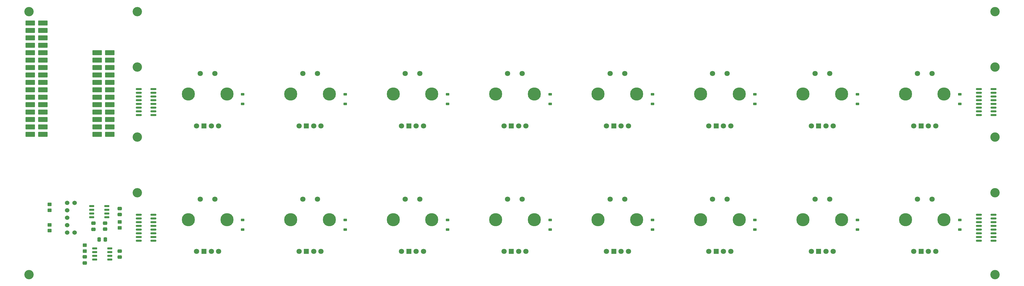
<source format=gbr>
%TF.GenerationSoftware,KiCad,Pcbnew,7.0.7*%
%TF.CreationDate,2024-01-26T16:38:05-05:00*%
%TF.ProjectId,midi-controller_main-board,6d696469-2d63-46f6-9e74-726f6c6c6572,rev?*%
%TF.SameCoordinates,Original*%
%TF.FileFunction,Soldermask,Top*%
%TF.FilePolarity,Negative*%
%FSLAX46Y46*%
G04 Gerber Fmt 4.6, Leading zero omitted, Abs format (unit mm)*
G04 Created by KiCad (PCBNEW 7.0.7) date 2024-01-26 16:38:05*
%MOMM*%
%LPD*%
G01*
G04 APERTURE LIST*
G04 Aperture macros list*
%AMRoundRect*
0 Rectangle with rounded corners*
0 $1 Rounding radius*
0 $2 $3 $4 $5 $6 $7 $8 $9 X,Y pos of 4 corners*
0 Add a 4 corners polygon primitive as box body*
4,1,4,$2,$3,$4,$5,$6,$7,$8,$9,$2,$3,0*
0 Add four circle primitives for the rounded corners*
1,1,$1+$1,$2,$3*
1,1,$1+$1,$4,$5*
1,1,$1+$1,$6,$7*
1,1,$1+$1,$8,$9*
0 Add four rect primitives between the rounded corners*
20,1,$1+$1,$2,$3,$4,$5,0*
20,1,$1+$1,$4,$5,$6,$7,0*
20,1,$1+$1,$6,$7,$8,$9,0*
20,1,$1+$1,$8,$9,$2,$3,0*%
G04 Aperture macros list end*
%ADD10R,1.800000X1.800000*%
%ADD11C,1.800000*%
%ADD12C,4.500000*%
%ADD13C,3.200000*%
%ADD14RoundRect,0.250000X-0.450000X0.350000X-0.450000X-0.350000X0.450000X-0.350000X0.450000X0.350000X0*%
%ADD15RoundRect,0.250000X-0.475000X0.337500X-0.475000X-0.337500X0.475000X-0.337500X0.475000X0.337500X0*%
%ADD16RoundRect,0.225000X0.375000X-0.225000X0.375000X0.225000X-0.375000X0.225000X-0.375000X-0.225000X0*%
%ADD17RoundRect,0.250000X0.475000X-0.337500X0.475000X0.337500X-0.475000X0.337500X-0.475000X-0.337500X0*%
%ADD18RoundRect,0.250000X0.337500X0.475000X-0.337500X0.475000X-0.337500X-0.475000X0.337500X-0.475000X0*%
%ADD19RoundRect,0.050800X-1.524000X-0.762000X1.524000X-0.762000X1.524000X0.762000X-1.524000X0.762000X0*%
%ADD20RoundRect,0.050800X1.524000X0.762000X-1.524000X0.762000X-1.524000X-0.762000X1.524000X-0.762000X0*%
%ADD21RoundRect,0.150000X0.825000X0.150000X-0.825000X0.150000X-0.825000X-0.150000X0.825000X-0.150000X0*%
%ADD22RoundRect,0.150000X-0.825000X-0.150000X0.825000X-0.150000X0.825000X0.150000X-0.825000X0.150000X0*%
%ADD23RoundRect,0.250000X0.450000X-0.350000X0.450000X0.350000X-0.450000X0.350000X-0.450000X-0.350000X0*%
%ADD24RoundRect,0.150000X-0.725000X-0.150000X0.725000X-0.150000X0.725000X0.150000X-0.725000X0.150000X0*%
%ADD25C,1.524000*%
%ADD26RoundRect,0.150000X0.725000X0.150000X-0.725000X0.150000X-0.725000X-0.150000X0.725000X-0.150000X0*%
G04 APERTURE END LIST*
D10*
%TO.C,RV8*%
X356928000Y-137664000D03*
D11*
X359428000Y-137664000D03*
X361928000Y-137664000D03*
X354428000Y-137664000D03*
X355678000Y-119764000D03*
X360678000Y-119764000D03*
D12*
X351578000Y-126764000D03*
X364778000Y-126764000D03*
%TD*%
D13*
%TO.C,H1*%
X52178000Y-98554000D03*
%TD*%
D14*
%TO.C,R3*%
X59178000Y-164554000D03*
X59178000Y-166554000D03*
%TD*%
D15*
%TO.C,C2*%
X78178000Y-170976500D03*
X78178000Y-173051500D03*
%TD*%
D10*
%TO.C,RV16*%
X356928000Y-180664000D03*
D11*
X359428000Y-180664000D03*
X361928000Y-180664000D03*
X354428000Y-180664000D03*
X355678000Y-162764000D03*
X360678000Y-162764000D03*
D12*
X351578000Y-169764000D03*
X364778000Y-169764000D03*
%TD*%
D16*
%TO.C,D5*%
X265178000Y-130204000D03*
X265178000Y-126904000D03*
%TD*%
D10*
%TO.C,RV2*%
X146928000Y-137664000D03*
D11*
X149428000Y-137664000D03*
X151928000Y-137664000D03*
X144428000Y-137664000D03*
X145678000Y-119764000D03*
X150678000Y-119764000D03*
D12*
X141578000Y-126764000D03*
X154778000Y-126764000D03*
%TD*%
D16*
%TO.C,D8*%
X370178000Y-130204000D03*
X370178000Y-126904000D03*
%TD*%
D10*
%TO.C,RV10*%
X146928000Y-180664000D03*
D11*
X149428000Y-180664000D03*
X151928000Y-180664000D03*
X144428000Y-180664000D03*
X145678000Y-162764000D03*
X150678000Y-162764000D03*
D12*
X141578000Y-169764000D03*
X154778000Y-169764000D03*
%TD*%
D17*
%TO.C,C5*%
X83178000Y-182591500D03*
X83178000Y-180516500D03*
%TD*%
D10*
%TO.C,RV11*%
X181928000Y-180664000D03*
D11*
X184428000Y-180664000D03*
X186928000Y-180664000D03*
X179428000Y-180664000D03*
X180678000Y-162764000D03*
X185678000Y-162764000D03*
D12*
X176578000Y-169764000D03*
X189778000Y-169764000D03*
%TD*%
D16*
%TO.C,D2*%
X160178000Y-130204000D03*
X160178000Y-126904000D03*
%TD*%
D18*
%TO.C,C7*%
X78215500Y-176554000D03*
X76140500Y-176554000D03*
%TD*%
D13*
%TO.C,H4*%
X89178000Y-117554000D03*
%TD*%
D17*
%TO.C,C6*%
X71178000Y-184591500D03*
X71178000Y-182516500D03*
%TD*%
D13*
%TO.C,H8*%
X89178000Y-160554000D03*
%TD*%
%TO.C,H6*%
X89178000Y-141554000D03*
%TD*%
D10*
%TO.C,RV15*%
X321928000Y-180664000D03*
D11*
X324428000Y-180664000D03*
X326928000Y-180664000D03*
X319428000Y-180664000D03*
X320678000Y-162764000D03*
X325678000Y-162764000D03*
D12*
X316578000Y-169764000D03*
X329778000Y-169764000D03*
%TD*%
D19*
%TO.C,A1*%
X52589000Y-102504000D03*
X56907000Y-102504000D03*
X52589000Y-105044000D03*
D20*
X56907000Y-105044000D03*
D19*
X52589000Y-107584000D03*
D20*
X56907000Y-107584000D03*
D19*
X52589000Y-110124000D03*
D20*
X56907000Y-110124000D03*
D19*
X52589000Y-112664000D03*
D20*
X56907000Y-112664000D03*
D19*
X52589000Y-115204000D03*
D20*
X56907000Y-115204000D03*
D19*
X52589000Y-117744000D03*
D20*
X56907000Y-117744000D03*
D19*
X52589000Y-120284000D03*
D20*
X56907000Y-120284000D03*
D19*
X52589000Y-122824000D03*
D20*
X56907000Y-122824000D03*
D19*
X52589000Y-125364000D03*
D20*
X56907000Y-125364000D03*
D19*
X52589000Y-127904000D03*
D20*
X56907000Y-127904000D03*
D19*
X52589000Y-130444000D03*
D20*
X56907000Y-130444000D03*
D19*
X52589000Y-132984000D03*
D20*
X56907000Y-132984000D03*
D19*
X52589000Y-135524000D03*
D20*
X56907000Y-135524000D03*
D19*
X52589000Y-138064000D03*
D20*
X56907000Y-138064000D03*
D19*
X52589000Y-140604000D03*
D20*
X56907000Y-140604000D03*
D19*
X75449000Y-140604000D03*
D20*
X79767000Y-140604000D03*
D19*
X75449000Y-138064000D03*
D20*
X79767000Y-138064000D03*
D19*
X75449000Y-135524000D03*
D20*
X79767000Y-135524000D03*
D19*
X75449000Y-132984000D03*
D20*
X79767000Y-132984000D03*
D19*
X75449000Y-130444000D03*
D20*
X79767000Y-130444000D03*
D19*
X75449000Y-127904000D03*
D20*
X79767000Y-127904000D03*
D19*
X75449000Y-125364000D03*
D20*
X79767000Y-125364000D03*
D19*
X75449000Y-122824000D03*
D20*
X79767000Y-122824000D03*
D19*
X75449000Y-120284000D03*
D20*
X79767000Y-120284000D03*
D19*
X75449000Y-117744000D03*
D20*
X79767000Y-117744000D03*
D19*
X75449000Y-115204000D03*
D20*
X79767000Y-115204000D03*
D19*
X75449000Y-112664000D03*
X79767000Y-112664000D03*
%TD*%
D10*
%TO.C,RV6*%
X286928000Y-137664000D03*
D11*
X289428000Y-137664000D03*
X291928000Y-137664000D03*
X284428000Y-137664000D03*
X285678000Y-119764000D03*
X290678000Y-119764000D03*
D12*
X281578000Y-126764000D03*
X294778000Y-126764000D03*
%TD*%
D16*
%TO.C,D10*%
X160178000Y-173204000D03*
X160178000Y-169904000D03*
%TD*%
D13*
%TO.C,H5*%
X382178000Y-117554000D03*
%TD*%
D14*
%TO.C,R1*%
X71178000Y-178554000D03*
X71178000Y-180554000D03*
%TD*%
D16*
%TO.C,D6*%
X300178000Y-130204000D03*
X300178000Y-126904000D03*
%TD*%
D21*
%TO.C,U3*%
X94653000Y-176999000D03*
X94653000Y-175729000D03*
X94653000Y-174459000D03*
X94653000Y-173189000D03*
X94653000Y-171919000D03*
X94653000Y-170649000D03*
X94653000Y-169379000D03*
X94653000Y-168109000D03*
X89703000Y-168109000D03*
X89703000Y-169379000D03*
X89703000Y-170649000D03*
X89703000Y-171919000D03*
X89703000Y-173189000D03*
X89703000Y-174459000D03*
X89703000Y-175729000D03*
X89703000Y-176999000D03*
%TD*%
D10*
%TO.C,RV13*%
X251928000Y-180664000D03*
D11*
X254428000Y-180664000D03*
X256928000Y-180664000D03*
X249428000Y-180664000D03*
X250678000Y-162764000D03*
X255678000Y-162764000D03*
D12*
X246578000Y-169764000D03*
X259778000Y-169764000D03*
%TD*%
D16*
%TO.C,D12*%
X230178000Y-173204000D03*
X230178000Y-169904000D03*
%TD*%
%TO.C,D15*%
X335178000Y-173204000D03*
X335178000Y-169904000D03*
%TD*%
D13*
%TO.C,H11*%
X382178000Y-188554000D03*
%TD*%
D10*
%TO.C,RV3*%
X181928000Y-137664000D03*
D11*
X184428000Y-137664000D03*
X186928000Y-137664000D03*
X179428000Y-137664000D03*
X180678000Y-119764000D03*
X185678000Y-119764000D03*
D12*
X176578000Y-126764000D03*
X189778000Y-126764000D03*
%TD*%
D10*
%TO.C,RV1*%
X111928000Y-137664000D03*
D11*
X114428000Y-137664000D03*
X116928000Y-137664000D03*
X109428000Y-137664000D03*
X110678000Y-119764000D03*
X115678000Y-119764000D03*
D12*
X106578000Y-126764000D03*
X119778000Y-126764000D03*
%TD*%
D16*
%TO.C,D4*%
X230178000Y-130204000D03*
X230178000Y-126904000D03*
%TD*%
D15*
%TO.C,C3*%
X74178000Y-171014000D03*
X74178000Y-173089000D03*
%TD*%
D16*
%TO.C,D13*%
X265178000Y-173204000D03*
X265178000Y-169904000D03*
%TD*%
D13*
%TO.C,H10*%
X52178000Y-188554000D03*
%TD*%
D10*
%TO.C,RV9*%
X111928000Y-180664000D03*
D11*
X114428000Y-180664000D03*
X116928000Y-180664000D03*
X109428000Y-180664000D03*
X110678000Y-162764000D03*
X115678000Y-162764000D03*
D12*
X106578000Y-169764000D03*
X119778000Y-169764000D03*
%TD*%
D10*
%TO.C,RV14*%
X286928000Y-180664000D03*
D11*
X289428000Y-180664000D03*
X291928000Y-180664000D03*
X284428000Y-180664000D03*
X285678000Y-162764000D03*
X290678000Y-162764000D03*
D12*
X281578000Y-169764000D03*
X294778000Y-169764000D03*
%TD*%
D22*
%TO.C,U4*%
X376703000Y-168109000D03*
X376703000Y-169379000D03*
X376703000Y-170649000D03*
X376703000Y-171919000D03*
X376703000Y-173189000D03*
X376703000Y-174459000D03*
X376703000Y-175729000D03*
X376703000Y-176999000D03*
X381653000Y-176999000D03*
X381653000Y-175729000D03*
X381653000Y-174459000D03*
X381653000Y-173189000D03*
X381653000Y-171919000D03*
X381653000Y-170649000D03*
X381653000Y-169379000D03*
X381653000Y-168109000D03*
%TD*%
D23*
%TO.C,R4*%
X59178000Y-173554000D03*
X59178000Y-171554000D03*
%TD*%
D10*
%TO.C,RV7*%
X321928000Y-137664000D03*
D11*
X324428000Y-137664000D03*
X326928000Y-137664000D03*
X319428000Y-137664000D03*
X320678000Y-119764000D03*
X325678000Y-119764000D03*
D12*
X316578000Y-126764000D03*
X329778000Y-126764000D03*
%TD*%
D13*
%TO.C,H2*%
X89178000Y-98554000D03*
%TD*%
D16*
%TO.C,D16*%
X370178000Y-173204000D03*
X370178000Y-169904000D03*
%TD*%
D17*
%TO.C,C8*%
X83178000Y-168051500D03*
X83178000Y-165976500D03*
%TD*%
D13*
%TO.C,H9*%
X382178000Y-160554000D03*
%TD*%
%TO.C,H3*%
X382178000Y-98554000D03*
%TD*%
D10*
%TO.C,RV4*%
X216928000Y-137664000D03*
D11*
X219428000Y-137664000D03*
X221928000Y-137664000D03*
X214428000Y-137664000D03*
X215678000Y-119764000D03*
X220678000Y-119764000D03*
D12*
X211578000Y-126764000D03*
X224778000Y-126764000D03*
%TD*%
D24*
%TO.C,U6*%
X74603000Y-179649000D03*
X74603000Y-180919000D03*
X74603000Y-182189000D03*
X74603000Y-183459000D03*
X79753000Y-183459000D03*
X79753000Y-182189000D03*
X79753000Y-180919000D03*
X79753000Y-179649000D03*
%TD*%
D23*
%TO.C,R2*%
X83178000Y-172554000D03*
X83178000Y-170554000D03*
%TD*%
D16*
%TO.C,D3*%
X195178000Y-130204000D03*
X195178000Y-126904000D03*
%TD*%
%TO.C,D14*%
X300178000Y-173204000D03*
X300178000Y-169904000D03*
%TD*%
D21*
%TO.C,U1*%
X94653000Y-133999000D03*
X94653000Y-132729000D03*
X94653000Y-131459000D03*
X94653000Y-130189000D03*
X94653000Y-128919000D03*
X94653000Y-127649000D03*
X94653000Y-126379000D03*
X94653000Y-125109000D03*
X89703000Y-125109000D03*
X89703000Y-126379000D03*
X89703000Y-127649000D03*
X89703000Y-128919000D03*
X89703000Y-130189000D03*
X89703000Y-131459000D03*
X89703000Y-132729000D03*
X89703000Y-133999000D03*
%TD*%
D16*
%TO.C,D9*%
X125178000Y-173204000D03*
X125178000Y-169904000D03*
%TD*%
D25*
%TO.C,SW1*%
X65178000Y-166573000D03*
X65178000Y-169113000D03*
X65178000Y-171653000D03*
X65178000Y-164033000D03*
X65178000Y-174193000D03*
X67718000Y-164033000D03*
X67718000Y-174193000D03*
%TD*%
D26*
%TO.C,U12*%
X78753000Y-168919000D03*
X78753000Y-167649000D03*
X78753000Y-166379000D03*
X78753000Y-165109000D03*
X73603000Y-165109000D03*
X73603000Y-166379000D03*
X73603000Y-167649000D03*
X73603000Y-168919000D03*
%TD*%
D16*
%TO.C,D11*%
X195178000Y-173204000D03*
X195178000Y-169904000D03*
%TD*%
%TO.C,D1*%
X125178000Y-130204000D03*
X125178000Y-126904000D03*
%TD*%
D10*
%TO.C,RV5*%
X251928000Y-137664000D03*
D11*
X254428000Y-137664000D03*
X256928000Y-137664000D03*
X249428000Y-137664000D03*
X250678000Y-119764000D03*
X255678000Y-119764000D03*
D12*
X246578000Y-126764000D03*
X259778000Y-126764000D03*
%TD*%
D10*
%TO.C,RV12*%
X216928000Y-180664000D03*
D11*
X219428000Y-180664000D03*
X221928000Y-180664000D03*
X214428000Y-180664000D03*
X215678000Y-162764000D03*
X220678000Y-162764000D03*
D12*
X211578000Y-169764000D03*
X224778000Y-169764000D03*
%TD*%
D16*
%TO.C,D7*%
X335178000Y-130204000D03*
X335178000Y-126904000D03*
%TD*%
D22*
%TO.C,U2*%
X376703000Y-125109000D03*
X376703000Y-126379000D03*
X376703000Y-127649000D03*
X376703000Y-128919000D03*
X376703000Y-130189000D03*
X376703000Y-131459000D03*
X376703000Y-132729000D03*
X376703000Y-133999000D03*
X381653000Y-133999000D03*
X381653000Y-132729000D03*
X381653000Y-131459000D03*
X381653000Y-130189000D03*
X381653000Y-128919000D03*
X381653000Y-127649000D03*
X381653000Y-126379000D03*
X381653000Y-125109000D03*
%TD*%
D13*
%TO.C,H7*%
X382178000Y-141554000D03*
%TD*%
M02*

</source>
